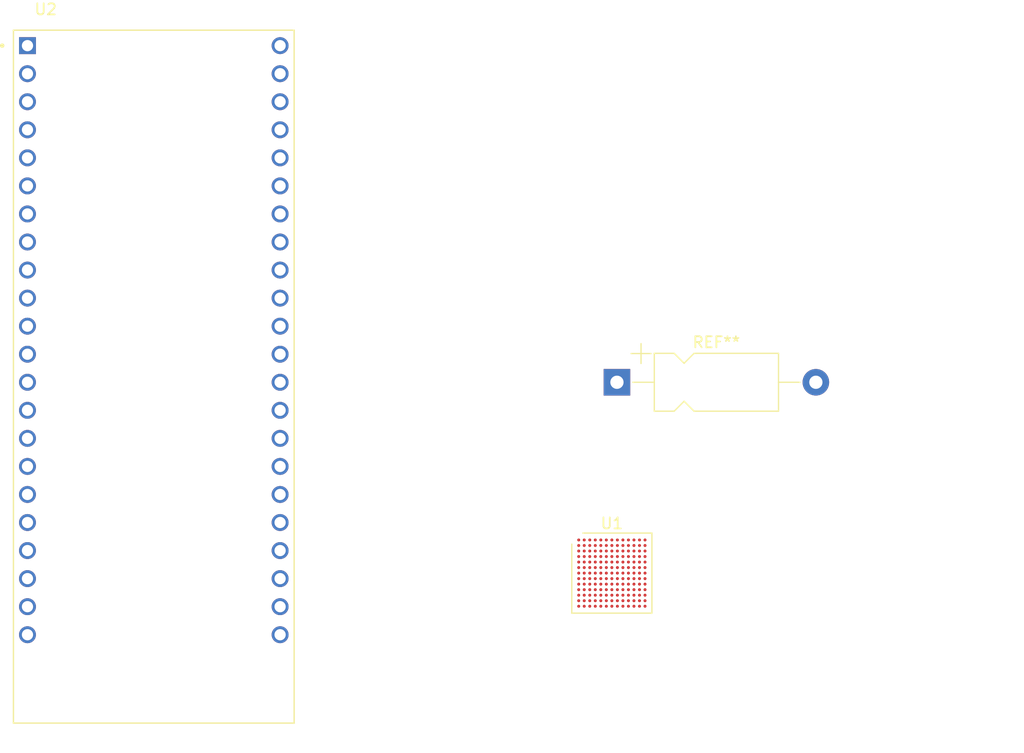
<source format=kicad_pcb>
(kicad_pcb (version 20221018) (generator pcbnew)
  (layers (0 "F.Cu" signal) (31 "B.Cu" signal) (34 "B.Paste" user) (35 "F.Paste" user) (36 "B.SilkS" user "B.Silkscreen") (37 "F.SilkS" user "F.Silkscreen") (38 "B.Mask" user) (39 "F.Mask" user) (44 "Edge.Cuts" user))
  (net 0 "")
  (net 50 "Net-(U1-VSS-PadD11)")
  (net 97 "Net-(U1-VSSDSI-PadH11)")
  (footprint "Package_BGA:UFBGA-169_7x7mm_Layout13x13_P0.5mm" (layer "F.Cu") (at 106.22 93.48)
    (fp_text reference "U1" (at 0 -4.5) (layer "F.SilkS"))
    (fp_text value "STM32F479AGHx")
    (fp_line (start -3.625 3.625) (end -3.625 -2.625) (stroke (width 0.12)) (layer "F.SilkS"))
    (fp_line (start -2.625 -3.625) (end 3.625 -3.625) (stroke (width 0.12)) (layer "F.SilkS"))
    (fp_line (start 3.625 -3.625) (end 3.625 3.625) (stroke (width 0.12)) (layer "F.SilkS"))
    (fp_line (start 3.625 3.625) (end -3.625 3.625) (stroke (width 0.12)) (layer "F.SilkS"))
    (pad "A1" smd circle (at -3 -3) (size 0.27 0.27) (layers "F.Cu" "F.Paste" "F.Mask"))
    (pad "A2" smd circle (at -2.5 -3) (size 0.27 0.27) (layers "F.Cu" "F.Paste" "F.Mask"))
    (pad "A3" smd circle (at -2 -3) (size 0.27 0.27) (layers "F.Cu" "F.Paste" "F.Mask"))
    (pad "A4" smd circle (at -1.5 -3) (size 0.27 0.27) (layers "F.Cu" "F.Paste" "F.Mask"))
    (pad "A5" smd circle (at -1 -3) (size 0.27 0.27) (layers "F.Cu" "F.Paste" "F.Mask"))
    (pad "A6" smd circle (at -0.5 -3) (size 0.27 0.27) (layers "F.Cu" "F.Paste" "F.Mask"))
    (pad "A7" smd circle (at 0 -3) (size 0.27 0.27) (layers "F.Cu" "F.Paste" "F.Mask"))
    (pad "A8" smd circle (at 0.5 -3) (size 0.27 0.27) (layers "F.Cu" "F.Paste" "F.Mask"))
    (pad "A9" smd circle (at 1 -3) (size 0.27 0.27) (layers "F.Cu" "F.Paste" "F.Mask"))
    (pad "A10" smd circle (at 1.5 -3) (size 0.27 0.27) (layers "F.Cu" "F.Paste" "F.Mask"))
    (pad "A11" smd circle (at 2 -3) (size 0.27 0.27) (layers "F.Cu" "F.Paste" "F.Mask"))
    (pad "A12" smd circle (at 2.5 -3) (size 0.27 0.27) (layers "F.Cu" "F.Paste" "F.Mask"))
    (pad "A13" smd circle (at 3 -3) (size 0.27 0.27) (layers "F.Cu" "F.Paste" "F.Mask"))
    (pad "B1" smd circle (at -3 -2.5) (size 0.27 0.27) (layers "F.Cu" "F.Paste" "F.Mask"))
    (pad "B2" smd circle (at -2.5 -2.5) (size 0.27 0.27) (layers "F.Cu" "F.Paste" "F.Mask"))
    (pad "B3" smd circle (at -2 -2.5) (size 0.27 0.27) (layers "F.Cu" "F.Paste" "F.Mask"))
    (pad "B4" smd circle (at -1.5 -2.5) (size 0.27 0.27) (layers "F.Cu" "F.Paste" "F.Mask"))
    (pad "B5" smd circle (at -1 -2.5) (size 0.27 0.27) (layers "F.Cu" "F.Paste" "F.Mask"))
    (pad "B6" smd circle (at -0.5 -2.5) (size 0.27 0.27) (layers "F.Cu" "F.Paste" "F.Mask"))
    (pad "B7" smd circle (at 0 -2.5) (size 0.27 0.27) (layers "F.Cu" "F.Paste" "F.Mask"))
    (pad "B8" smd circle (at 0.5 -2.5) (size 0.27 0.27) (layers "F.Cu" "F.Paste" "F.Mask"))
    (pad "B9" smd circle (at 1 -2.5) (size 0.27 0.27) (layers "F.Cu" "F.Paste" "F.Mask"))
    (pad "B10" smd circle (at 1.5 -2.5) (size 0.27 0.27) (layers "F.Cu" "F.Paste" "F.Mask"))
    (pad "B11" smd circle (at 2 -2.5) (size 0.27 0.27) (layers "F.Cu" "F.Paste" "F.Mask"))
    (pad "B12" smd circle (at 2.5 -2.5) (size 0.27 0.27) (layers "F.Cu" "F.Paste" "F.Mask"))
    (pad "B13" smd circle (at 3 -2.5) (size 0.27 0.27) (layers "F.Cu" "F.Paste" "F.Mask"))
    (pad "C1" smd circle (at -3 -2) (size 0.27 0.27) (layers "F.Cu" "F.Paste" "F.Mask"))
    (pad "C2" smd circle (at -2.5 -2) (size 0.27 0.27) (layers "F.Cu" "F.Paste" "F.Mask"))
    (pad "C3" smd circle (at -2 -2) (size 0.27 0.27) (layers "F.Cu" "F.Paste" "F.Mask"))
    (pad "C4" smd circle (at -1.5 -2) (size 0.27 0.27) (layers "F.Cu" "F.Paste" "F.Mask"))
    (pad "C5" smd circle (at -1 -2) (size 0.27 0.27) (layers "F.Cu" "F.Paste" "F.Mask"))
    (pad "C6" smd circle (at -0.5 -2) (size 0.27 0.27) (layers "F.Cu" "F.Paste" "F.Mask"))
    (pad "C7" smd circle (at 0 -2) (size 0.27 0.27) (layers "F.Cu" "F.Paste" "F.Mask"))
    (pad "C8" smd circle (at 0.5 -2) (size 0.27 0.27) (layers "F.Cu" "F.Paste" "F.Mask"))
    (pad "C9" smd circle (at 1 -2) (size 0.27 0.27) (layers "F.Cu" "F.Paste" "F.Mask"))
    (pad "C10" smd circle (at 1.5 -2) (size 0.27 0.27) (layers "F.Cu" "F.Paste" "F.Mask"))
    (pad "C11" smd circle (at 2 -2) (size 0.27 0.27) (layers "F.Cu" "F.Paste" "F.Mask"))
    (pad "C12" smd circle (at 2.5 -2) (size 0.27 0.27) (layers "F.Cu" "F.Paste" "F.Mask"))
    (pad "C13" smd circle (at 3 -2) (size 0.27 0.27) (layers "F.Cu" "F.Paste" "F.Mask"))
    (pad "D1" smd circle (at -3 -1.5) (size 0.27 0.27) (layers "F.Cu" "F.Paste" "F.Mask"))
    (pad "D2" smd circle (at -2.5 -1.5) (size 0.27 0.27) (layers "F.Cu" "F.Paste" "F.Mask"))
    (pad "D3" smd circle (at -2 -1.5) (size 0.27 0.27) (layers "F.Cu" "F.Paste" "F.Mask"))
    (pad "D4" smd circle (at -1.5 -1.5) (size 0.27 0.27) (layers "F.Cu" "F.Paste" "F.Mask"))
    (pad "D5" smd circle (at -1 -1.5) (size 0.27 0.27) (layers "F.Cu" "F.Paste" "F.Mask"))
    (pad "D6" smd circle (at -0.5 -1.5) (size 0.27 0.27) (layers "F.Cu" "F.Paste" "F.Mask"))
    (pad "D7" smd circle (at 0 -1.5) (size 0.27 0.27) (layers "F.Cu" "F.Paste" "F.Mask"))
    (pad "D8" smd circle (at 0.5 -1.5) (size 0.27 0.27) (layers "F.Cu" "F.Paste" "F.Mask"))
    (pad "D9" smd circle (at 1 -1.5) (size 0.27 0.27) (layers "F.Cu" "F.Paste" "F.Mask"))
    (pad "D10" smd circle (at 1.5 -1.5) (size 0.27 0.27) (layers "F.Cu" "F.Paste" "F.Mask"))
    (pad "D11" smd circle (at 2 -1.5) (size 0.27 0.27) (layers "F.Cu" "F.Paste" "F.Mask") (net 50 "Net-(U1-VSS-PadD11)"))
    (pad "D12" smd circle (at 2.5 -1.5) (size 0.27 0.27) (layers "F.Cu" "F.Paste" "F.Mask"))
    (pad "D13" smd circle (at 3 -1.5) (size 0.27 0.27) (layers "F.Cu" "F.Paste" "F.Mask"))
    (pad "E1" smd circle (at -3 -1) (size 0.27 0.27) (layers "F.Cu" "F.Paste" "F.Mask"))
    (pad "E2" smd circle (at -2.5 -1) (size 0.27 0.27) (layers "F.Cu" "F.Paste" "F.Mask"))
    (pad "E3" smd circle (at -2 -1) (size 0.27 0.27) (layers "F.Cu" "F.Paste" "F.Mask") (net 50 "Net-(U1-VSS-PadD11)"))
    (pad "E4" smd circle (at -1.5 -1) (size 0.27 0.27) (layers "F.Cu" "F.Paste" "F.Mask"))
    (pad "E5" smd circle (at -1 -1) (size 0.27 0.27) (layers "F.Cu" "F.Paste" "F.Mask"))
    (pad "E6" smd circle (at -0.5 -1) (size 0.27 0.27) (layers "F.Cu" "F.Paste" "F.Mask"))
    (pad "E7" smd circle (at 0 -1) (size 0.27 0.27) (layers "F.Cu" "F.Paste" "F.Mask"))
    (pad "E8" smd circle (at 0.5 -1) (size 0.27 0.27) (layers "F.Cu" "F.Paste" "F.Mask"))
    (pad "E9" smd circle (at 1 -1) (size 0.27 0.27) (layers "F.Cu" "F.Paste" "F.Mask"))
    (pad "E10" smd circle (at 1.5 -1) (size 0.27 0.27) (layers "F.Cu" "F.Paste" "F.Mask"))
    (pad "E11" smd circle (at 2 -1) (size 0.27 0.27) (layers "F.Cu" "F.Paste" "F.Mask"))
    (pad "E12" smd circle (at 2.5 -1) (size 0.27 0.27) (layers "F.Cu" "F.Paste" "F.Mask"))
    (pad "E13" smd circle (at 3 -1) (size 0.27 0.27) (layers "F.Cu" "F.Paste" "F.Mask"))
    (pad "F1" smd circle (at -3 -0.5) (size 0.27 0.27) (layers "F.Cu" "F.Paste" "F.Mask"))
    (pad "F2" smd circle (at -2.5 -0.5) (size 0.27 0.27) (layers "F.Cu" "F.Paste" "F.Mask"))
    (pad "F3" smd circle (at -2 -0.5) (size 0.27 0.27) (layers "F.Cu" "F.Paste" "F.Mask"))
    (pad "F4" smd circle (at -1.5 -0.5) (size 0.27 0.27) (layers "F.Cu" "F.Paste" "F.Mask"))
    (pad "F5" smd circle (at -1 -0.5) (size 0.27 0.27) (layers "F.Cu" "F.Paste" "F.Mask") (net 50 "Net-(U1-VSS-PadD11)"))
    (pad "F6" smd circle (at -0.5 -0.5) (size 0.27 0.27) (layers "F.Cu" "F.Paste" "F.Mask"))
    (pad "F7" smd circle (at 0 -0.5) (size 0.27 0.27) (layers "F.Cu" "F.Paste" "F.Mask"))
    (pad "F8" smd circle (at 0.5 -0.5) (size 0.27 0.27) (layers "F.Cu" "F.Paste" "F.Mask") (net 50 "Net-(U1-VSS-PadD11)"))
    (pad "F9" smd circle (at 1 -0.5) (size 0.27 0.27) (layers "F.Cu" "F.Paste" "F.Mask"))
    (pad "F10" smd circle (at 1.5 -0.5) (size 0.27 0.27) (layers "F.Cu" "F.Paste" "F.Mask"))
    (pad "F11" smd circle (at 2 -0.5) (size 0.27 0.27) (layers "F.Cu" "F.Paste" "F.Mask"))
    (pad "F12" smd circle (at 2.5 -0.5) (size 0.27 0.27) (layers "F.Cu" "F.Paste" "F.Mask"))
    (pad "F13" smd circle (at 3 -0.5) (size 0.27 0.27) (layers "F.Cu" "F.Paste" "F.Mask"))
    (pad "G1" smd circle (at -3 0) (size 0.27 0.27) (layers "F.Cu" "F.Paste" "F.Mask"))
    (pad "G2" smd circle (at -2.5 0) (size 0.27 0.27) (layers "F.Cu" "F.Paste" "F.Mask"))
    (pad "G3" smd circle (at -2 0) (size 0.27 0.27) (layers "F.Cu" "F.Paste" "F.Mask"))
    (pad "G4" smd circle (at -1.5 0) (size 0.27 0.27) (layers "F.Cu" "F.Paste" "F.Mask"))
    (pad "G5" smd circle (at -1 0) (size 0.27 0.27) (layers "F.Cu" "F.Paste" "F.Mask"))
    (pad "G6" smd circle (at -0.5 0) (size 0.27 0.27) (layers "F.Cu" "F.Paste" "F.Mask"))
    (pad "G7" smd circle (at 0 0) (size 0.27 0.27) (layers "F.Cu" "F.Paste" "F.Mask") (net 50 "Net-(U1-VSS-PadD11)"))
    (pad "G8" smd circle (at 0.5 0) (size 0.27 0.27) (layers "F.Cu" "F.Paste" "F.Mask"))
    (pad "G9" smd circle (at 1 0) (size 0.27 0.27) (layers "F.Cu" "F.Paste" "F.Mask") (net 50 "Net-(U1-VSS-PadD11)"))
    (pad "G10" smd circle (at 1.5 0) (size 0.27 0.27) (layers "F.Cu" "F.Paste" "F.Mask"))
    (pad "G11" smd circle (at 2 0) (size 0.27 0.27) (layers "F.Cu" "F.Paste" "F.Mask"))
    (pad "G12" smd circle (at 2.5 0) (size 0.27 0.27) (layers "F.Cu" "F.Paste" "F.Mask"))
    (pad "G13" smd circle (at 3 0) (size 0.27 0.27) (layers "F.Cu" "F.Paste" "F.Mask"))
    (pad "H1" smd circle (at -3 0.5) (size 0.27 0.27) (layers "F.Cu" "F.Paste" "F.Mask"))
    (pad "H2" smd circle (at -2.5 0.5) (size 0.27 0.27) (layers "F.Cu" "F.Paste" "F.Mask"))
    (pad "H3" smd circle (at -2 0.5) (size 0.27 0.27) (layers "F.Cu" "F.Paste" "F.Mask"))
    (pad "H4" smd circle (at -1.5 0.5) (size 0.27 0.27) (layers "F.Cu" "F.Paste" "F.Mask"))
    (pad "H5" smd circle (at -1 0.5) (size 0.27 0.27) (layers "F.Cu" "F.Paste" "F.Mask"))
    (pad "H6" smd circle (at -0.5 0.5) (size 0.27 0.27) (layers "F.Cu" "F.Paste" "F.Mask"))
    (pad "H7" smd circle (at 0 0.5) (size 0.27 0.27) (layers "F.Cu" "F.Paste" "F.Mask"))
    (pad "H8" smd circle (at 0.5 0.5) (size 0.27 0.27) (layers "F.Cu" "F.Paste" "F.Mask"))
    (pad "H9" smd circle (at 1 0.5) (size 0.27 0.27) (layers "F.Cu" "F.Paste" "F.Mask"))
    (pad "H10" smd circle (at 1.5 0.5) (size 0.27 0.27) (layers "F.Cu" "F.Paste" "F.Mask"))
    (pad "H11" smd circle (at 2 0.5) (size 0.27 0.27) (layers "F.Cu" "F.Paste" "F.Mask") (net 97 "Net-(U1-VSSDSI-PadH11)"))
    (pad "H12" smd circle (at 2.5 0.5) (size 0.27 0.27) (layers "F.Cu" "F.Paste" "F.Mask"))
    (pad "H13" smd circle (at 3 0.5) (size 0.27 0.27) (layers "F.Cu" "F.Paste" "F.Mask"))
    (pad "J1" smd circle (at -3 1) (size 0.27 0.27) (layers "F.Cu" "F.Paste" "F.Mask") (net 50 "Net-(U1-VSS-PadD11)"))
    (pad "J2" smd circle (at -2.5 1) (size 0.27 0.27) (layers "F.Cu" "F.Paste" "F.Mask"))
    (pad "J3" smd circle (at -2 1) (size 0.27 0.27) (layers "F.Cu" "F.Paste" "F.Mask"))
    (pad "J4" smd circle (at -1.5 1) (size 0.27 0.27) (layers "F.Cu" "F.Paste" "F.Mask"))
    (pad "J5" smd circle (at -1 1) (size 0.27 0.27) (layers "F.Cu" "F.Paste" "F.Mask"))
    (pad "J6" smd circle (at -0.5 1) (size 0.27 0.27) (layers "F.Cu" "F.Paste" "F.Mask") (net 50 "Net-(U1-VSS-PadD11)"))
    (pad "J7" smd circle (at 0 1) (size 0.27 0.27) (layers "F.Cu" "F.Paste" "F.Mask") (net 50 "Net-(U1-VSS-PadD11)"))
    (pad "J8" smd circle (at 0.5 1) (size 0.27 0.27) (layers "F.Cu" "F.Paste" "F.Mask"))
    (pad "J9" smd circle (at 1 1) (size 0.27 0.27) (layers "F.Cu" "F.Paste" "F.Mask"))
    (pad "J10" smd circle (at 1.5 1) (size 0.27 0.27) (layers "F.Cu" "F.Paste" "F.Mask") (net 50 "Net-(U1-VSS-PadD11)"))
    (pad "J11" smd circle (at 2 1) (size 0.27 0.27) (layers "F.Cu" "F.Paste" "F.Mask"))
    (pad "J12" smd circle (at 2.5 1) (size 0.27 0.27) (layers "F.Cu" "F.Paste" "F.Mask"))
    (pad "J13" smd circle (at 3 1) (size 0.27 0.27) (layers "F.Cu" "F.Paste" "F.Mask"))
    (pad "K1" smd circle (at -3 1.5) (size 0.27 0.27) (layers "F.Cu" "F.Paste" "F.Mask"))
    (pad "K2" smd circle (at -2.5 1.5) (size 0.27 0.27) (layers "F.Cu" "F.Paste" "F.Mask"))
    (pad "K3" smd circle (at -2 1.5) (size 0.27 0.27) (layers "F.Cu" "F.Paste" "F.Mask"))
    (pad "K4" smd circle (at -1.5 1.5) (size 0.27 0.27) (layers "F.Cu" "F.Paste" "F.Mask"))
    (pad "K5" smd circle (at -1 1.5) (size 0.27 0.27) (layers "F.Cu" "F.Paste" "F.Mask"))
    (pad "K6" smd circle (at -0.5 1.5) (size 0.27 0.27) (layers "F.Cu" "F.Paste" "F.Mask"))
    (pad "K7" smd circle (at 0 1.5) (size 0.27 0.27) (layers "F.Cu" "F.Paste" "F.Mask"))
    (pad "K8" smd circle (at 0.5 1.5) (size 0.27 0.27) (layers "F.Cu" "F.Paste" "F.Mask"))
    (pad "K9" smd circle (at 1 1.5) (size 0.27 0.27) (layers "F.Cu" "F.Paste" "F.Mask"))
    (pad "K10" smd circle (at 1.5 1.5) (size 0.27 0.27) (layers "F.Cu" "F.Paste" "F.Mask"))
    (pad "K11" smd circle (at 2 1.5) (size 0.27 0.27) (layers "F.Cu" "F.Paste" "F.Mask") (net 97 "Net-(U1-VSSDSI-PadH11)"))
    (pad "K12" smd circle (at 2.5 1.5) (size 0.27 0.27) (layers "F.Cu" "F.Paste" "F.Mask"))
    (pad "K13" smd circle (at 3 1.5) (size 0.27 0.27) (layers "F.Cu" "F.Paste" "F.Mask"))
    (pad "L1" smd circle (at -3 2) (size 0.27 0.27) (layers "F.Cu" "F.Paste" "F.Mask"))
    (pad "L2" smd circle (at -2.5 2) (size 0.27 0.27) (layers "F.Cu" "F.Paste" "F.Mask"))
    (pad "L3" smd circle (at -2 2) (size 0.27 0.27) (layers "F.Cu" "F.Paste" "F.Mask"))
    (pad "L4" smd circle (at -1.5 2) (size 0.27 0.27) (layers "F.Cu" "F.Paste" "F.Mask"))
    (pad "L5" smd circle (at -1 2) (size 0.27 0.27) (layers "F.Cu" "F.Paste" "F.Mask"))
    (pad "L6" smd circle (at -0.5 2) (size 0.27 0.27) (layers "F.Cu" "F.Paste" "F.Mask"))
    (pad "L7" smd circle (at 0 2) (size 0.27 0.27) (layers "F.Cu" "F.Paste" "F.Mask"))
    (pad "L8" smd circle (at 0.5 2) (size 0.27 0.27) (layers "F.Cu" "F.Paste" "F.Mask"))
    (pad "L9" smd circle (at 1 2) (size 0.27 0.27) (layers "F.Cu" "F.Paste" "F.Mask"))
    (pad "L10" smd circle (at 1.5 2) (size 0.27 0.27) (layers "F.Cu" "F.Paste" "F.Mask"))
    (pad "L11" smd circle (at 2 2) (size 0.27 0.27) (layers "F.Cu" "F.Paste" "F.Mask"))
    (pad "L12" smd circle (at 2.5 2) (size 0.27 0.27) (layers "F.Cu" "F.Paste" "F.Mask"))
    (pad "L13" smd circle (at 3 2) (size 0.27 0.27) (layers "F.Cu" "F.Paste" "F.Mask"))
    (pad "M1" smd circle (at -3 2.5) (size 0.27 0.27) (layers "F.Cu" "F.Paste" "F.Mask"))
    (pad "M2" smd circle (at -2.5 2.5) (size 0.27 0.27) (layers "F.Cu" "F.Paste" "F.Mask"))
    (pad "M3" smd circle (at -2 2.5) (size 0.27 0.27) (layers "F.Cu" "F.Paste" "F.Mask"))
    (pad "M4" smd circle (at -1.5 2.5) (size 0.27 0.27) (layers "F.Cu" "F.Paste" "F.Mask"))
    (pad "M5" smd circle (at -1 2.5) (size 0.27 0.27) (layers "F.Cu" "F.Paste" "F.Mask"))
    (pad "M6" smd circle (at -0.5 2.5) (size 0.27 0.27) (layers "F.Cu" "F.Paste" "F.Mask"))
    (pad "M7" smd circle (at 0 2.5) (size 0.27 0.27) (layers "F.Cu" "F.Paste" "F.Mask"))
    (pad "M8" smd circle (at 0.5 2.5) (size 0.27 0.27) (layers "F.Cu" "F.Paste" "F.Mask"))
    (pad "M9" smd circle (at 1 2.5) (size 0.27 0.27) (layers "F.Cu" "F.Paste" "F.Mask") (net 50 "Net-(U1-VSS-PadD11)"))
    (pad "M10" smd circle (at 1.5 2.5) (size 0.27 0.27) (layers "F.Cu" "F.Paste" "F.Mask"))
    (pad "M11" smd circle (at 2 2.5) (size 0.27 0.27) (layers "F.Cu" "F.Paste" "F.Mask"))
    (pad "M12" smd circle (at 2.5 2.5) (size 0.27 0.27) (layers "F.Cu" "F.Paste" "F.Mask"))
    (pad "M13" smd circle (at 3 2.5) (size 0.27 0.27) (layers "F.Cu" "F.Paste" "F.Mask"))
    (pad "N1" smd circle (at -3 3) (size 0.27 0.27) (layers "F.Cu" "F.Paste" "F.Mask"))
    (pad "N2" smd circle (at -2.5 3) (size 0.27 0.27) (layers "F.Cu" "F.Paste" "F.Mask"))
    (pad "N3" smd circle (at -2 3) (size 0.27 0.27) (layers "F.Cu" "F.Paste" "F.Mask"))
    (pad "N4" smd circle (at -1.5 3) (size 0.27 0.27) (layers "F.Cu" "F.Paste" "F.Mask"))
    (pad "N5" smd circle (at -1 3) (size 0.27 0.27) (layers "F.Cu" "F.Paste" "F.Mask"))
    (pad "N6" smd circle (at -0.5 3) (size 0.27 0.27) (layers "F.Cu" "F.Paste" "F.Mask"))
    (pad "N7" smd circle (at 0 3) (size 0.27 0.27) (layers "F.Cu" "F.Paste" "F.Mask"))
    (pad "N8" smd circle (at 0.5 3) (size 0.27 0.27) (layers "F.Cu" "F.Paste" "F.Mask"))
    (pad "N9" smd circle (at 1 3) (size 0.27 0.27) (layers "F.Cu" "F.Paste" "F.Mask"))
    (pad "N10" smd circle (at 1.5 3) (size 0.27 0.27) (layers "F.Cu" "F.Paste" "F.Mask"))
    (pad "N11" smd circle (at 2 3) (size 0.27 0.27) (layers "F.Cu" "F.Paste" "F.Mask"))
    (pad "N12" smd circle (at 2.5 3) (size 0.27 0.27) (layers "F.Cu" "F.Paste" "F.Mask"))
    (pad "N13" smd circle (at 3 3) (size 0.27 0.27) (layers "F.Cu" "F.Paste" "F.Mask"))
  )
  (footprint "ESP32_S3_DEVKITC_1_N8R2:XCVR_ESP32-S3-DEVKITC-1-N8R2" (layer "F.Cu") (at 64.77 75.69)
    (fp_text reference "U2" (at -9.775 -33.255) (layer "F.SilkS"))
    (fp_text value "ESP32-S3-DEVKITC-1-N8R2")
    (fp_line (start -12.7 -31.37) (end 12.7 -31.37) (stroke (width 0.127)) (layer "F.SilkS"))
    (fp_line (start -12.7 31.37) (end -12.7 -31.37) (stroke (width 0.127)) (layer "F.SilkS"))
    (fp_line (start 12.7 -31.37) (end 12.7 31.37) (stroke (width 0.127)) (layer "F.SilkS"))
    (fp_line (start 12.7 31.37) (end -12.7 31.37) (stroke (width 0.127)) (layer "F.SilkS"))
    (fp_circle (center -13.716 -29.972) (end -13.616 -29.972) (stroke (width 0.2)) (fill none) (layer "F.SilkS"))
    (pad "J1_1" thru_hole rect (at -11.43 -29.97) (size 1.53 1.53) (drill 1.02) (layers "*.Cu" "*.Mask"))
    (pad "J1_2" thru_hole circle (at -11.43 -27.43) (size 1.53 1.53) (drill 1.02) (layers "*.Cu" "*.Mask"))
    (pad "J1_3" thru_hole circle (at -11.43 -24.89) (size 1.53 1.53) (drill 1.02) (layers "*.Cu" "*.Mask"))
    (pad "J1_4" thru_hole circle (at -11.43 -22.35) (size 1.53 1.53) (drill 1.02) (layers "*.Cu" "*.Mask"))
    (pad "J1_5" thru_hole circle (at -11.43 -19.81) (size 1.53 1.53) (drill 1.02) (layers "*.Cu" "*.Mask"))
    (pad "J1_6" thru_hole circle (at -11.43 -17.27) (size 1.53 1.53) (drill 1.02) (layers "*.Cu" "*.Mask"))
    (pad "J1_7" thru_hole circle (at -11.43 -14.73) (size 1.53 1.53) (drill 1.02) (layers "*.Cu" "*.Mask"))
    (pad "J1_8" thru_hole circle (at -11.43 -12.19) (size 1.53 1.53) (drill 1.02) (layers "*.Cu" "*.Mask"))
    (pad "J1_9" thru_hole circle (at -11.43 -9.65) (size 1.53 1.53) (drill 1.02) (layers "*.Cu" "*.Mask"))
    (pad "J1_10" thru_hole circle (at -11.43 -7.11) (size 1.53 1.53) (drill 1.02) (layers "*.Cu" "*.Mask"))
    (pad "J1_11" thru_hole circle (at -11.43 -4.57) (size 1.53 1.53) (drill 1.02) (layers "*.Cu" "*.Mask"))
    (pad "J1_12" thru_hole circle (at -11.43 -2.03) (size 1.53 1.53) (drill 1.02) (layers "*.Cu" "*.Mask"))
    (pad "J1_13" thru_hole circle (at -11.43 0.51) (size 1.53 1.53) (drill 1.02) (layers "*.Cu" "*.Mask"))
    (pad "J1_14" thru_hole circle (at -11.43 3.05) (size 1.53 1.53) (drill 1.02) (layers "*.Cu" "*.Mask"))
    (pad "J1_15" thru_hole circle (at -11.43 5.59) (size 1.53 1.53) (drill 1.02) (layers "*.Cu" "*.Mask"))
    (pad "J1_16" thru_hole circle (at -11.43 8.13) (size 1.53 1.53) (drill 1.02) (layers "*.Cu" "*.Mask"))
    (pad "J1_17" thru_hole circle (at -11.43 10.67) (size 1.53 1.53) (drill 1.02) (layers "*.Cu" "*.Mask"))
    (pad "J1_18" thru_hole circle (at -11.43 13.21) (size 1.53 1.53) (drill 1.02) (layers "*.Cu" "*.Mask"))
    (pad "J1_19" thru_hole circle (at -11.43 15.75) (size 1.53 1.53) (drill 1.02) (layers "*.Cu" "*.Mask"))
    (pad "J1_20" thru_hole circle (at -11.43 18.29) (size 1.53 1.53) (drill 1.02) (layers "*.Cu" "*.Mask"))
    (pad "J1_21" thru_hole circle (at -11.43 20.83) (size 1.53 1.53) (drill 1.02) (layers "*.Cu" "*.Mask"))
    (pad "J1_22" thru_hole circle (at -11.43 23.37) (size 1.53 1.53) (drill 1.02) (layers "*.Cu" "*.Mask"))
    (pad "J3_1" thru_hole circle (at 11.43 -29.97) (size 1.53 1.53) (drill 1.02) (layers "*.Cu" "*.Mask"))
    (pad "J3_2" thru_hole circle (at 11.43 -27.43) (size 1.53 1.53) (drill 1.02) (layers "*.Cu" "*.Mask"))
    (pad "J3_3" thru_hole circle (at 11.43 -24.89) (size 1.53 1.53) (drill 1.02) (layers "*.Cu" "*.Mask"))
    (pad "J3_4" thru_hole circle (at 11.43 -22.35) (size 1.53 1.53) (drill 1.02) (layers "*.Cu" "*.Mask"))
    (pad "J3_5" thru_hole circle (at 11.43 -19.81) (size 1.53 1.53) (drill 1.02) (layers "*.Cu" "*.Mask"))
    (pad "J3_6" thru_hole circle (at 11.43 -17.27) (size 1.53 1.53) (drill 1.02) (layers "*.Cu" "*.Mask"))
    (pad "J3_7" thru_hole circle (at 11.43 -14.73) (size 1.53 1.53) (drill 1.02) (layers "*.Cu" "*.Mask"))
    (pad "J3_8" thru_hole circle (at 11.43 -12.19) (size 1.53 1.53) (drill 1.02) (layers "*.Cu" "*.Mask"))
    (pad "J3_9" thru_hole circle (at 11.43 -9.65) (size 1.53 1.53) (drill 1.02) (layers "*.Cu" "*.Mask"))
    (pad "J3_10" thru_hole circle (at 11.43 -7.11) (size 1.53 1.53) (drill 1.02) (layers "*.Cu" "*.Mask"))
    (pad "J3_11" thru_hole circle (at 11.43 -4.57) (size 1.53 1.53) (drill 1.02) (layers "*.Cu" "*.Mask"))
    (pad "J3_12" thru_hole circle (at 11.43 -2.03) (size 1.53 1.53) (drill 1.02) (layers "*.Cu" "*.Mask"))
    (pad "J3_13" thru_hole circle (at 11.43 0.51) (size 1.53 1.53) (drill 1.02) (layers "*.Cu" "*.Mask"))
    (pad "J3_14" thru_hole circle (at 11.43 3.05) (size 1.53 1.53) (drill 1.02) (layers "*.Cu" "*.Mask"))
    (pad "J3_15" thru_hole circle (at 11.43 5.59) (size 1.53 1.53) (drill 1.02) (layers "*.Cu" "*.Mask"))
    (pad "J3_16" thru_hole circle (at 11.43 8.13) (size 1.53 1.53) (drill 1.02) (layers "*.Cu" "*.Mask"))
    (pad "J3_17" thru_hole circle (at 11.43 10.67) (size 1.53 1.53) (drill 1.02) (layers "*.Cu" "*.Mask"))
    (pad "J3_18" thru_hole circle (at 11.43 13.21) (size 1.53 1.53) (drill 1.02) (layers "*.Cu" "*.Mask"))
    (pad "J3_19" thru_hole circle (at 11.43 15.75) (size 1.53 1.53) (drill 1.02) (layers "*.Cu" "*.Mask"))
    (pad "J3_20" thru_hole circle (at 11.43 18.29) (size 1.53 1.53) (drill 1.02) (layers "*.Cu" "*.Mask"))
    (pad "J3_21" thru_hole circle (at 11.43 20.83) (size 1.53 1.53) (drill 1.02) (layers "*.Cu" "*.Mask"))
    (pad "J3_22" thru_hole circle (at 11.43 23.37) (size 1.53 1.53) (drill 1.02) (layers "*.Cu" "*.Mask"))
  )
  (footprint "Capacitor_THT:CP_Axial_L11.0mm_D5.0mm_P18.00mm_Horizontal" (layer "F.Cu") (at 106.68 76.2)
    (fp_text reference "REF**" (at 9 -3.62) (layer "F.SilkS"))
    (fp_text value "CP_Axial_L11.0mm_D5.0mm_P18.00mm_Horizontal")
    (fp_line (start 1.28 -2.6) (end 3.08 -2.6) (stroke (width 0.12)) (layer "F.SilkS"))
    (fp_line (start 1.44 0) (end 3.38 0) (stroke (width 0.12)) (layer "F.SilkS"))
    (fp_line (start 2.18 -3.5) (end 2.18 -1.7) (stroke (width 0.12)) (layer "F.SilkS"))
    (fp_line (start 3.38 -2.62) (end 3.38 2.62) (stroke (width 0.12)) (layer "F.SilkS"))
    (fp_line (start 3.38 -2.62) (end 5.18 -2.62) (stroke (width 0.12)) (layer "F.SilkS"))
    (fp_line (start 3.38 2.62) (end 5.18 2.62) (stroke (width 0.12)) (layer "F.SilkS"))
    (fp_line (start 5.18 -2.62) (end 6.08 -1.72) (stroke (width 0.12)) (layer "F.SilkS"))
    (fp_line (start 5.18 2.62) (end 6.08 1.72) (stroke (width 0.12)) (layer "F.SilkS"))
    (fp_line (start 6.08 -1.72) (end 6.98 -2.62) (stroke (width 0.12)) (layer "F.SilkS"))
    (fp_line (start 6.08 1.72) (end 6.98 2.62) (stroke (width 0.12)) (layer "F.SilkS"))
    (fp_line (start 6.98 -2.62) (end 14.62 -2.62) (stroke (width 0.12)) (layer "F.SilkS"))
    (fp_line (start 6.98 2.62) (end 14.62 2.62) (stroke (width 0.12)) (layer "F.SilkS"))
    (fp_line (start 14.62 -2.62) (end 14.62 2.62) (stroke (width 0.12)) (layer "F.SilkS"))
    (fp_line (start 16.56 0) (end 14.62 0) (stroke (width 0.12)) (layer "F.SilkS"))
    (pad "1" thru_hole rect (at 0 0) (size 2.4 2.4) (drill 1.2) (layers "*.Cu" "*.Mask"))
    (pad "2" thru_hole oval (at 18 0) (size 2.4 2.4) (drill 1.2) (layers "*.Cu" "*.Mask"))
  )
)
</source>
